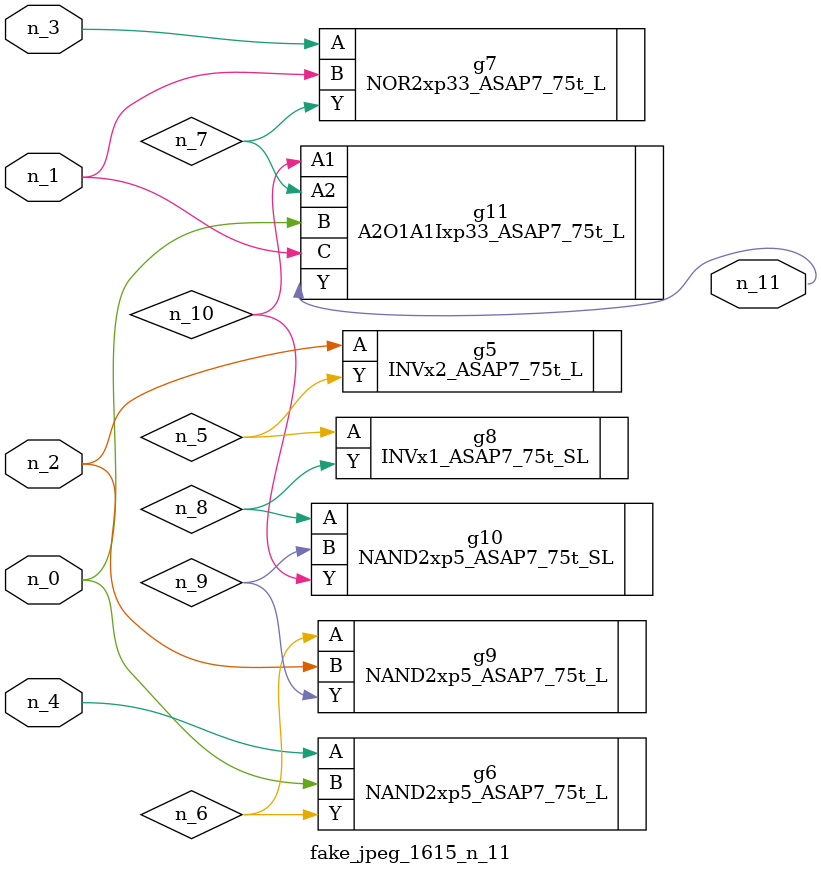
<source format=v>
module fake_jpeg_1615_n_11 (n_3, n_2, n_1, n_0, n_4, n_11);

input n_3;
input n_2;
input n_1;
input n_0;
input n_4;

output n_11;

wire n_10;
wire n_8;
wire n_9;
wire n_6;
wire n_5;
wire n_7;

INVx2_ASAP7_75t_L g5 ( 
.A(n_2),
.Y(n_5)
);

NAND2xp5_ASAP7_75t_L g6 ( 
.A(n_4),
.B(n_0),
.Y(n_6)
);

NOR2xp33_ASAP7_75t_L g7 ( 
.A(n_3),
.B(n_1),
.Y(n_7)
);

INVx1_ASAP7_75t_SL g8 ( 
.A(n_5),
.Y(n_8)
);

NAND2xp5_ASAP7_75t_SL g10 ( 
.A(n_8),
.B(n_9),
.Y(n_10)
);

NAND2xp5_ASAP7_75t_L g9 ( 
.A(n_6),
.B(n_2),
.Y(n_9)
);

A2O1A1Ixp33_ASAP7_75t_L g11 ( 
.A1(n_10),
.A2(n_7),
.B(n_0),
.C(n_1),
.Y(n_11)
);


endmodule
</source>
